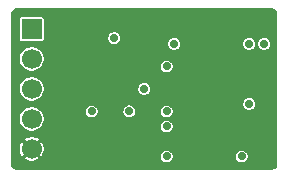
<source format=gbr>
G04 #@! TF.GenerationSoftware,KiCad,Pcbnew,9.0.2+dfsg-1*
G04 #@! TF.CreationDate,2025-06-12T17:09:33+08:00*
G04 #@! TF.ProjectId,i2c_led,6932635f-6c65-4642-9e6b-696361645f70,b*
G04 #@! TF.SameCoordinates,Original*
G04 #@! TF.FileFunction,Copper,L3,Inr*
G04 #@! TF.FilePolarity,Positive*
%FSLAX46Y46*%
G04 Gerber Fmt 4.6, Leading zero omitted, Abs format (unit mm)*
G04 Created by KiCad (PCBNEW 9.0.2+dfsg-1) date 2025-06-12 17:09:33*
%MOMM*%
%LPD*%
G01*
G04 APERTURE LIST*
G04 #@! TA.AperFunction,ComponentPad*
%ADD10R,1.700000X1.700000*%
G04 #@! TD*
G04 #@! TA.AperFunction,ComponentPad*
%ADD11C,1.700000*%
G04 #@! TD*
G04 #@! TA.AperFunction,ViaPad*
%ADD12C,0.700000*%
G04 #@! TD*
G04 APERTURE END LIST*
D10*
G04 #@! TO.N,VCC*
G04 #@! TO.C,J1*
X135890000Y-91440000D03*
D11*
G04 #@! TO.N,/SCL*
X135890000Y-93980000D03*
G04 #@! TO.N,/SDA*
X135890000Y-96520000D03*
G04 #@! TO.N,/RSTN*
X135890000Y-99060000D03*
G04 #@! TO.N,GND*
X135890000Y-101600000D03*
G04 #@! TD*
D12*
G04 #@! TO.N,GND*
X151130000Y-101600000D03*
X149225000Y-96520000D03*
X145415000Y-97790000D03*
X139700000Y-90805000D03*
X151765000Y-90805000D03*
X142875000Y-90805000D03*
X139065000Y-102235000D03*
X153035000Y-95885000D03*
X155575000Y-98425000D03*
X146050000Y-100965000D03*
X146050000Y-90805000D03*
X139065000Y-98425000D03*
X139700000Y-93345000D03*
X146050000Y-92075000D03*
X152400000Y-100330000D03*
X154305000Y-99695000D03*
X145415000Y-94615000D03*
G04 #@! TO.N,VCC*
X145415000Y-96520000D03*
X140970000Y-98425000D03*
X154305000Y-92710000D03*
X147955000Y-92710000D03*
X154305000Y-97790000D03*
X153670000Y-102235000D03*
X142875000Y-92215000D03*
X144145000Y-98425000D03*
X147320000Y-102235000D03*
G04 #@! TO.N,Net-(D3-BK)*
X147320000Y-99695000D03*
X155575000Y-92710000D03*
G04 #@! TO.N,AD0*
X147320000Y-94615000D03*
G04 #@! TO.N,AD1*
X147320000Y-98425000D03*
G04 #@! TD*
G04 #@! TA.AperFunction,Conductor*
G04 #@! TO.N,GND*
G36*
X156214884Y-89688543D02*
G01*
X156324964Y-89703035D01*
X156343920Y-89708114D01*
X156441907Y-89748702D01*
X156458902Y-89758514D01*
X156500973Y-89790796D01*
X156543041Y-89823077D01*
X156556922Y-89836958D01*
X156621483Y-89921094D01*
X156631299Y-89938095D01*
X156671884Y-90036076D01*
X156676965Y-90055038D01*
X156691457Y-90165114D01*
X156692100Y-90174930D01*
X156692100Y-102865069D01*
X156691457Y-102874884D01*
X156691457Y-102874885D01*
X156676965Y-102984961D01*
X156671884Y-103003923D01*
X156631299Y-103101904D01*
X156621483Y-103118905D01*
X156556922Y-103203041D01*
X156543041Y-103216922D01*
X156458905Y-103281483D01*
X156441904Y-103291299D01*
X156343923Y-103331884D01*
X156324961Y-103336965D01*
X156246437Y-103347302D01*
X156214883Y-103351457D01*
X156205069Y-103352100D01*
X134624931Y-103352100D01*
X134615116Y-103351457D01*
X134568046Y-103345260D01*
X134505038Y-103336965D01*
X134486076Y-103331884D01*
X134388095Y-103291299D01*
X134371094Y-103281483D01*
X134286958Y-103216922D01*
X134273077Y-103203041D01*
X134208516Y-103118905D01*
X134198702Y-103101907D01*
X134158114Y-103003920D01*
X134153035Y-102984964D01*
X134138543Y-102874884D01*
X134137900Y-102865069D01*
X134137900Y-101501270D01*
X134887600Y-101501270D01*
X134887600Y-101698729D01*
X134926121Y-101892385D01*
X134926122Y-101892388D01*
X135001684Y-102074812D01*
X135080982Y-102193491D01*
X135445086Y-101829386D01*
X135489901Y-101907007D01*
X135582993Y-102000099D01*
X135660611Y-102044912D01*
X135296507Y-102409016D01*
X135415187Y-102488315D01*
X135597611Y-102563877D01*
X135597614Y-102563878D01*
X135791270Y-102602400D01*
X135988730Y-102602400D01*
X136182385Y-102563878D01*
X136182388Y-102563877D01*
X136364816Y-102488313D01*
X136483490Y-102409017D01*
X136483491Y-102409016D01*
X136119387Y-102044912D01*
X136197007Y-102000099D01*
X136290099Y-101907007D01*
X136334912Y-101829387D01*
X136699016Y-102193491D01*
X136699017Y-102193490D01*
X136715520Y-102168792D01*
X146817100Y-102168792D01*
X146817100Y-102301208D01*
X146837662Y-102377950D01*
X146851371Y-102429114D01*
X146917578Y-102543786D01*
X146917582Y-102543792D01*
X147011207Y-102637417D01*
X147011210Y-102637419D01*
X147011212Y-102637421D01*
X147061775Y-102666613D01*
X147125885Y-102703628D01*
X147125887Y-102703628D01*
X147125888Y-102703629D01*
X147253792Y-102737900D01*
X147253794Y-102737900D01*
X147386206Y-102737900D01*
X147386208Y-102737900D01*
X147514112Y-102703629D01*
X147628788Y-102637421D01*
X147722421Y-102543788D01*
X147788629Y-102429112D01*
X147822900Y-102301208D01*
X147822900Y-102168792D01*
X153167100Y-102168792D01*
X153167100Y-102301208D01*
X153187662Y-102377950D01*
X153201371Y-102429114D01*
X153267578Y-102543786D01*
X153267582Y-102543792D01*
X153361207Y-102637417D01*
X153361210Y-102637419D01*
X153361212Y-102637421D01*
X153411775Y-102666613D01*
X153475885Y-102703628D01*
X153475887Y-102703628D01*
X153475888Y-102703629D01*
X153603792Y-102737900D01*
X153603794Y-102737900D01*
X153736206Y-102737900D01*
X153736208Y-102737900D01*
X153864112Y-102703629D01*
X153978788Y-102637421D01*
X154072421Y-102543788D01*
X154138629Y-102429112D01*
X154172900Y-102301208D01*
X154172900Y-102168792D01*
X154138629Y-102040888D01*
X154138628Y-102040887D01*
X154138628Y-102040885D01*
X154101613Y-101976775D01*
X154072421Y-101926212D01*
X154072419Y-101926210D01*
X154072417Y-101926207D01*
X153978792Y-101832582D01*
X153978786Y-101832578D01*
X153864114Y-101766371D01*
X153800160Y-101749235D01*
X153736208Y-101732100D01*
X153603792Y-101732100D01*
X153552630Y-101745808D01*
X153475885Y-101766371D01*
X153361213Y-101832578D01*
X153361207Y-101832582D01*
X153267582Y-101926207D01*
X153267578Y-101926213D01*
X153201371Y-102040885D01*
X153192281Y-102074812D01*
X153167100Y-102168792D01*
X147822900Y-102168792D01*
X147788629Y-102040888D01*
X147788628Y-102040887D01*
X147788628Y-102040885D01*
X147751613Y-101976775D01*
X147722421Y-101926212D01*
X147722419Y-101926210D01*
X147722417Y-101926207D01*
X147628792Y-101832582D01*
X147628786Y-101832578D01*
X147514114Y-101766371D01*
X147450160Y-101749235D01*
X147386208Y-101732100D01*
X147253792Y-101732100D01*
X147202630Y-101745808D01*
X147125885Y-101766371D01*
X147011213Y-101832578D01*
X147011207Y-101832582D01*
X146917582Y-101926207D01*
X146917578Y-101926213D01*
X146851371Y-102040885D01*
X146842281Y-102074812D01*
X146817100Y-102168792D01*
X136715520Y-102168792D01*
X136746730Y-102122084D01*
X136778313Y-102074816D01*
X136853877Y-101892388D01*
X136853878Y-101892385D01*
X136892400Y-101698729D01*
X136892400Y-101501270D01*
X136853878Y-101307614D01*
X136853877Y-101307611D01*
X136778315Y-101125187D01*
X136699016Y-101006507D01*
X136334912Y-101370611D01*
X136290099Y-101292993D01*
X136197007Y-101199901D01*
X136119387Y-101155087D01*
X136483491Y-100790982D01*
X136364812Y-100711684D01*
X136182388Y-100636122D01*
X136182385Y-100636121D01*
X135988730Y-100597600D01*
X135791270Y-100597600D01*
X135597614Y-100636121D01*
X135597611Y-100636122D01*
X135415184Y-100711685D01*
X135296507Y-100790981D01*
X135296507Y-100790982D01*
X135660612Y-101155087D01*
X135582993Y-101199901D01*
X135489901Y-101292993D01*
X135445087Y-101370612D01*
X135080982Y-101006507D01*
X135080981Y-101006507D01*
X135001685Y-101125184D01*
X134926122Y-101307611D01*
X134926121Y-101307614D01*
X134887600Y-101501270D01*
X134137900Y-101501270D01*
X134137900Y-98961222D01*
X134887100Y-98961222D01*
X134887100Y-99158777D01*
X134925641Y-99352537D01*
X134925642Y-99352538D01*
X135001241Y-99535051D01*
X135110996Y-99699312D01*
X135110997Y-99699313D01*
X135111000Y-99699317D01*
X135250682Y-99838999D01*
X135250685Y-99839001D01*
X135250688Y-99839004D01*
X135414949Y-99948759D01*
X135597461Y-100024357D01*
X135597462Y-100024358D01*
X135597463Y-100024358D01*
X135597465Y-100024359D01*
X135727218Y-100050168D01*
X135791222Y-100062900D01*
X135791223Y-100062900D01*
X135988778Y-100062900D01*
X136036889Y-100053329D01*
X136182535Y-100024359D01*
X136365051Y-99948759D01*
X136529312Y-99839004D01*
X136669004Y-99699312D01*
X136716124Y-99628792D01*
X146817100Y-99628792D01*
X146817100Y-99761208D01*
X146837662Y-99837950D01*
X146851371Y-99889114D01*
X146917578Y-100003786D01*
X146917582Y-100003792D01*
X147011207Y-100097417D01*
X147011210Y-100097419D01*
X147011212Y-100097421D01*
X147061775Y-100126613D01*
X147125885Y-100163628D01*
X147125887Y-100163628D01*
X147125888Y-100163629D01*
X147253792Y-100197900D01*
X147253794Y-100197900D01*
X147386206Y-100197900D01*
X147386208Y-100197900D01*
X147514112Y-100163629D01*
X147628788Y-100097421D01*
X147722421Y-100003788D01*
X147788629Y-99889112D01*
X147822900Y-99761208D01*
X147822900Y-99628792D01*
X147788629Y-99500888D01*
X147788628Y-99500887D01*
X147788628Y-99500885D01*
X147751613Y-99436775D01*
X147722421Y-99386212D01*
X147722419Y-99386210D01*
X147722417Y-99386207D01*
X147628792Y-99292582D01*
X147628786Y-99292578D01*
X147514114Y-99226371D01*
X147450160Y-99209235D01*
X147386208Y-99192100D01*
X147253792Y-99192100D01*
X147202630Y-99205808D01*
X147125885Y-99226371D01*
X147011213Y-99292578D01*
X147011207Y-99292582D01*
X146917582Y-99386207D01*
X146917578Y-99386213D01*
X146851371Y-99500885D01*
X146842217Y-99535051D01*
X146817100Y-99628792D01*
X136716124Y-99628792D01*
X136778759Y-99535051D01*
X136854359Y-99352535D01*
X136892900Y-99158777D01*
X136892900Y-98961223D01*
X136854359Y-98767465D01*
X136778759Y-98584949D01*
X136669004Y-98420688D01*
X136669001Y-98420685D01*
X136668999Y-98420682D01*
X136607109Y-98358792D01*
X140467100Y-98358792D01*
X140467100Y-98491208D01*
X140487662Y-98567950D01*
X140501371Y-98619114D01*
X140567578Y-98733786D01*
X140567582Y-98733792D01*
X140661207Y-98827417D01*
X140661210Y-98827419D01*
X140661212Y-98827421D01*
X140711775Y-98856613D01*
X140775885Y-98893628D01*
X140775887Y-98893628D01*
X140775888Y-98893629D01*
X140903792Y-98927900D01*
X140903794Y-98927900D01*
X141036206Y-98927900D01*
X141036208Y-98927900D01*
X141164112Y-98893629D01*
X141278788Y-98827421D01*
X141372421Y-98733788D01*
X141438629Y-98619112D01*
X141472900Y-98491208D01*
X141472900Y-98358792D01*
X143642100Y-98358792D01*
X143642100Y-98491208D01*
X143662662Y-98567950D01*
X143676371Y-98619114D01*
X143742578Y-98733786D01*
X143742582Y-98733792D01*
X143836207Y-98827417D01*
X143836210Y-98827419D01*
X143836212Y-98827421D01*
X143886775Y-98856613D01*
X143950885Y-98893628D01*
X143950887Y-98893628D01*
X143950888Y-98893629D01*
X144078792Y-98927900D01*
X144078794Y-98927900D01*
X144211206Y-98927900D01*
X144211208Y-98927900D01*
X144339112Y-98893629D01*
X144453788Y-98827421D01*
X144547421Y-98733788D01*
X144613629Y-98619112D01*
X144647900Y-98491208D01*
X144647900Y-98358792D01*
X146817100Y-98358792D01*
X146817100Y-98491208D01*
X146837662Y-98567950D01*
X146851371Y-98619114D01*
X146917578Y-98733786D01*
X146917582Y-98733792D01*
X147011207Y-98827417D01*
X147011210Y-98827419D01*
X147011212Y-98827421D01*
X147061775Y-98856613D01*
X147125885Y-98893628D01*
X147125887Y-98893628D01*
X147125888Y-98893629D01*
X147253792Y-98927900D01*
X147253794Y-98927900D01*
X147386206Y-98927900D01*
X147386208Y-98927900D01*
X147514112Y-98893629D01*
X147628788Y-98827421D01*
X147722421Y-98733788D01*
X147788629Y-98619112D01*
X147822900Y-98491208D01*
X147822900Y-98358792D01*
X147788629Y-98230888D01*
X147788628Y-98230887D01*
X147788628Y-98230885D01*
X147751613Y-98166775D01*
X147722421Y-98116212D01*
X147722419Y-98116210D01*
X147722417Y-98116207D01*
X147628792Y-98022582D01*
X147628786Y-98022578D01*
X147514114Y-97956371D01*
X147450160Y-97939235D01*
X147386208Y-97922100D01*
X147253792Y-97922100D01*
X147202630Y-97935808D01*
X147125885Y-97956371D01*
X147011213Y-98022578D01*
X147011207Y-98022582D01*
X146917582Y-98116207D01*
X146917578Y-98116213D01*
X146851371Y-98230885D01*
X146837945Y-98280996D01*
X146817100Y-98358792D01*
X144647900Y-98358792D01*
X144613629Y-98230888D01*
X144613628Y-98230887D01*
X144613628Y-98230885D01*
X144576613Y-98166775D01*
X144547421Y-98116212D01*
X144547419Y-98116210D01*
X144547417Y-98116207D01*
X144453792Y-98022582D01*
X144453786Y-98022578D01*
X144339114Y-97956371D01*
X144275160Y-97939235D01*
X144211208Y-97922100D01*
X144078792Y-97922100D01*
X144027630Y-97935808D01*
X143950885Y-97956371D01*
X143836213Y-98022578D01*
X143836207Y-98022582D01*
X143742582Y-98116207D01*
X143742578Y-98116213D01*
X143676371Y-98230885D01*
X143662945Y-98280996D01*
X143642100Y-98358792D01*
X141472900Y-98358792D01*
X141438629Y-98230888D01*
X141438628Y-98230887D01*
X141438628Y-98230885D01*
X141401613Y-98166775D01*
X141372421Y-98116212D01*
X141372419Y-98116210D01*
X141372417Y-98116207D01*
X141278792Y-98022582D01*
X141278786Y-98022578D01*
X141164114Y-97956371D01*
X141100160Y-97939235D01*
X141036208Y-97922100D01*
X140903792Y-97922100D01*
X140852630Y-97935808D01*
X140775885Y-97956371D01*
X140661213Y-98022578D01*
X140661207Y-98022582D01*
X140567582Y-98116207D01*
X140567578Y-98116213D01*
X140501371Y-98230885D01*
X140487945Y-98280996D01*
X140467100Y-98358792D01*
X136607109Y-98358792D01*
X136529317Y-98281000D01*
X136529313Y-98280997D01*
X136529312Y-98280996D01*
X136365051Y-98171241D01*
X136232201Y-98116213D01*
X136182538Y-98095642D01*
X136182537Y-98095641D01*
X135988778Y-98057100D01*
X135988777Y-98057100D01*
X135791223Y-98057100D01*
X135791222Y-98057100D01*
X135597462Y-98095641D01*
X135597461Y-98095642D01*
X135414950Y-98171240D01*
X135250682Y-98281000D01*
X135111000Y-98420682D01*
X135001240Y-98584950D01*
X134925642Y-98767461D01*
X134925641Y-98767462D01*
X134887100Y-98961222D01*
X134137900Y-98961222D01*
X134137900Y-97723792D01*
X153802100Y-97723792D01*
X153802100Y-97856208D01*
X153819755Y-97922100D01*
X153836371Y-97984114D01*
X153902578Y-98098786D01*
X153902582Y-98098792D01*
X153996207Y-98192417D01*
X153996210Y-98192419D01*
X153996212Y-98192421D01*
X154046775Y-98221613D01*
X154110885Y-98258628D01*
X154110887Y-98258628D01*
X154110888Y-98258629D01*
X154238792Y-98292900D01*
X154238794Y-98292900D01*
X154371206Y-98292900D01*
X154371208Y-98292900D01*
X154499112Y-98258629D01*
X154613788Y-98192421D01*
X154707421Y-98098788D01*
X154773629Y-97984112D01*
X154807900Y-97856208D01*
X154807900Y-97723792D01*
X154773629Y-97595888D01*
X154773628Y-97595887D01*
X154773628Y-97595885D01*
X154731489Y-97522900D01*
X154707421Y-97481212D01*
X154707419Y-97481210D01*
X154707417Y-97481207D01*
X154613792Y-97387582D01*
X154613786Y-97387578D01*
X154499114Y-97321371D01*
X154415635Y-97299004D01*
X154371208Y-97287100D01*
X154238792Y-97287100D01*
X154194365Y-97299004D01*
X154110885Y-97321371D01*
X153996213Y-97387578D01*
X153996207Y-97387582D01*
X153902582Y-97481207D01*
X153902578Y-97481213D01*
X153836371Y-97595885D01*
X153815808Y-97672630D01*
X153802100Y-97723792D01*
X134137900Y-97723792D01*
X134137900Y-96421222D01*
X134887100Y-96421222D01*
X134887100Y-96618777D01*
X134925641Y-96812537D01*
X134925642Y-96812538D01*
X134998581Y-96988629D01*
X135001241Y-96995051D01*
X135110996Y-97159312D01*
X135110997Y-97159313D01*
X135111000Y-97159317D01*
X135250682Y-97298999D01*
X135250685Y-97299001D01*
X135250688Y-97299004D01*
X135414949Y-97408759D01*
X135597461Y-97484357D01*
X135597462Y-97484358D01*
X135597463Y-97484358D01*
X135597465Y-97484359D01*
X135727218Y-97510168D01*
X135791222Y-97522900D01*
X135791223Y-97522900D01*
X135988778Y-97522900D01*
X136036889Y-97513329D01*
X136182535Y-97484359D01*
X136365051Y-97408759D01*
X136529312Y-97299004D01*
X136669004Y-97159312D01*
X136778759Y-96995051D01*
X136854359Y-96812535D01*
X136892900Y-96618777D01*
X136892900Y-96453792D01*
X144912100Y-96453792D01*
X144912100Y-96586208D01*
X144920827Y-96618777D01*
X144946371Y-96714114D01*
X145012578Y-96828786D01*
X145012582Y-96828792D01*
X145106207Y-96922417D01*
X145106210Y-96922419D01*
X145106212Y-96922421D01*
X145156775Y-96951613D01*
X145220885Y-96988628D01*
X145220887Y-96988628D01*
X145220888Y-96988629D01*
X145348792Y-97022900D01*
X145348794Y-97022900D01*
X145481206Y-97022900D01*
X145481208Y-97022900D01*
X145609112Y-96988629D01*
X145723788Y-96922421D01*
X145817421Y-96828788D01*
X145883629Y-96714112D01*
X145917900Y-96586208D01*
X145917900Y-96453792D01*
X145883629Y-96325888D01*
X145883628Y-96325887D01*
X145883628Y-96325885D01*
X145846613Y-96261775D01*
X145817421Y-96211212D01*
X145817419Y-96211210D01*
X145817417Y-96211207D01*
X145723792Y-96117582D01*
X145723786Y-96117578D01*
X145609114Y-96051371D01*
X145545160Y-96034235D01*
X145481208Y-96017100D01*
X145348792Y-96017100D01*
X145297630Y-96030808D01*
X145220885Y-96051371D01*
X145106213Y-96117578D01*
X145106207Y-96117582D01*
X145012582Y-96211207D01*
X145012578Y-96211213D01*
X144946371Y-96325885D01*
X144925808Y-96402630D01*
X144912100Y-96453792D01*
X136892900Y-96453792D01*
X136892900Y-96421223D01*
X136854359Y-96227465D01*
X136778759Y-96044949D01*
X136669004Y-95880688D01*
X136669001Y-95880685D01*
X136668999Y-95880682D01*
X136529317Y-95741000D01*
X136529313Y-95740997D01*
X136529312Y-95740996D01*
X136365051Y-95631241D01*
X136365049Y-95631240D01*
X136182538Y-95555642D01*
X136182537Y-95555641D01*
X135988778Y-95517100D01*
X135988777Y-95517100D01*
X135791223Y-95517100D01*
X135791222Y-95517100D01*
X135597462Y-95555641D01*
X135597461Y-95555642D01*
X135414950Y-95631240D01*
X135250682Y-95741000D01*
X135111000Y-95880682D01*
X135001240Y-96044950D01*
X134925642Y-96227461D01*
X134925641Y-96227462D01*
X134887100Y-96421222D01*
X134137900Y-96421222D01*
X134137900Y-93881222D01*
X134887100Y-93881222D01*
X134887100Y-94078777D01*
X134925641Y-94272537D01*
X134925642Y-94272538D01*
X135001241Y-94455051D01*
X135110996Y-94619312D01*
X135110997Y-94619313D01*
X135111000Y-94619317D01*
X135250682Y-94758999D01*
X135250685Y-94759001D01*
X135250688Y-94759004D01*
X135414949Y-94868759D01*
X135597461Y-94944357D01*
X135597462Y-94944358D01*
X135597463Y-94944358D01*
X135597465Y-94944359D01*
X135727218Y-94970168D01*
X135791222Y-94982900D01*
X135791223Y-94982900D01*
X135988778Y-94982900D01*
X136036889Y-94973329D01*
X136182535Y-94944359D01*
X136365051Y-94868759D01*
X136529312Y-94759004D01*
X136669004Y-94619312D01*
X136716124Y-94548792D01*
X146817100Y-94548792D01*
X146817100Y-94681208D01*
X146837662Y-94757950D01*
X146851371Y-94809114D01*
X146917578Y-94923786D01*
X146917582Y-94923792D01*
X147011207Y-95017417D01*
X147011210Y-95017419D01*
X147011212Y-95017421D01*
X147061775Y-95046613D01*
X147125885Y-95083628D01*
X147125887Y-95083628D01*
X147125888Y-95083629D01*
X147253792Y-95117900D01*
X147253794Y-95117900D01*
X147386206Y-95117900D01*
X147386208Y-95117900D01*
X147514112Y-95083629D01*
X147628788Y-95017421D01*
X147722421Y-94923788D01*
X147788629Y-94809112D01*
X147822900Y-94681208D01*
X147822900Y-94548792D01*
X147788629Y-94420888D01*
X147788628Y-94420887D01*
X147788628Y-94420885D01*
X147751613Y-94356775D01*
X147722421Y-94306212D01*
X147722419Y-94306210D01*
X147722417Y-94306207D01*
X147628792Y-94212582D01*
X147628786Y-94212578D01*
X147514114Y-94146371D01*
X147450160Y-94129235D01*
X147386208Y-94112100D01*
X147253792Y-94112100D01*
X147202630Y-94125808D01*
X147125885Y-94146371D01*
X147011213Y-94212578D01*
X147011207Y-94212582D01*
X146917582Y-94306207D01*
X146917578Y-94306213D01*
X146851371Y-94420885D01*
X146842217Y-94455051D01*
X146817100Y-94548792D01*
X136716124Y-94548792D01*
X136778759Y-94455051D01*
X136854359Y-94272535D01*
X136892900Y-94078777D01*
X136892900Y-93881223D01*
X136854359Y-93687465D01*
X136778759Y-93504949D01*
X136669004Y-93340688D01*
X136669001Y-93340685D01*
X136668999Y-93340682D01*
X136529317Y-93201000D01*
X136529313Y-93200997D01*
X136529312Y-93200996D01*
X136365051Y-93091241D01*
X136365049Y-93091240D01*
X136182538Y-93015642D01*
X136182537Y-93015641D01*
X135988778Y-92977100D01*
X135988777Y-92977100D01*
X135791223Y-92977100D01*
X135791222Y-92977100D01*
X135597462Y-93015641D01*
X135597461Y-93015642D01*
X135414950Y-93091240D01*
X135250682Y-93201000D01*
X135111000Y-93340682D01*
X135001240Y-93504950D01*
X134925642Y-93687461D01*
X134925641Y-93687462D01*
X134887100Y-93881222D01*
X134137900Y-93881222D01*
X134137900Y-90574942D01*
X134887100Y-90574942D01*
X134887100Y-92305055D01*
X134887101Y-92305057D01*
X134895972Y-92349659D01*
X134929764Y-92400232D01*
X134929765Y-92400232D01*
X134929766Y-92400234D01*
X134980342Y-92434028D01*
X135024943Y-92442900D01*
X136755056Y-92442899D01*
X136799658Y-92434028D01*
X136850234Y-92400234D01*
X136884028Y-92349658D01*
X136892900Y-92305057D01*
X136892900Y-92148792D01*
X142372100Y-92148792D01*
X142372100Y-92281208D01*
X142390441Y-92349658D01*
X142406371Y-92409114D01*
X142472578Y-92523786D01*
X142472582Y-92523792D01*
X142566207Y-92617417D01*
X142566210Y-92617419D01*
X142566212Y-92617421D01*
X142611888Y-92643792D01*
X142680885Y-92683628D01*
X142680887Y-92683628D01*
X142680888Y-92683629D01*
X142808792Y-92717900D01*
X142808794Y-92717900D01*
X142941206Y-92717900D01*
X142941208Y-92717900D01*
X143069112Y-92683629D01*
X143138112Y-92643792D01*
X147452100Y-92643792D01*
X147452100Y-92776208D01*
X147472662Y-92852950D01*
X147486371Y-92904114D01*
X147552578Y-93018786D01*
X147552582Y-93018792D01*
X147646207Y-93112417D01*
X147646210Y-93112419D01*
X147646212Y-93112421D01*
X147696775Y-93141613D01*
X147760885Y-93178628D01*
X147760887Y-93178628D01*
X147760888Y-93178629D01*
X147888792Y-93212900D01*
X147888794Y-93212900D01*
X148021206Y-93212900D01*
X148021208Y-93212900D01*
X148149112Y-93178629D01*
X148263788Y-93112421D01*
X148357421Y-93018788D01*
X148423629Y-92904112D01*
X148457900Y-92776208D01*
X148457900Y-92643792D01*
X153802100Y-92643792D01*
X153802100Y-92776208D01*
X153822662Y-92852950D01*
X153836371Y-92904114D01*
X153902578Y-93018786D01*
X153902582Y-93018792D01*
X153996207Y-93112417D01*
X153996210Y-93112419D01*
X153996212Y-93112421D01*
X154046775Y-93141613D01*
X154110885Y-93178628D01*
X154110887Y-93178628D01*
X154110888Y-93178629D01*
X154238792Y-93212900D01*
X154238794Y-93212900D01*
X154371206Y-93212900D01*
X154371208Y-93212900D01*
X154499112Y-93178629D01*
X154613788Y-93112421D01*
X154707421Y-93018788D01*
X154773629Y-92904112D01*
X154807900Y-92776208D01*
X154807900Y-92643792D01*
X155072100Y-92643792D01*
X155072100Y-92776208D01*
X155092662Y-92852950D01*
X155106371Y-92904114D01*
X155172578Y-93018786D01*
X155172582Y-93018792D01*
X155266207Y-93112417D01*
X155266210Y-93112419D01*
X155266212Y-93112421D01*
X155316775Y-93141613D01*
X155380885Y-93178628D01*
X155380887Y-93178628D01*
X155380888Y-93178629D01*
X155508792Y-93212900D01*
X155508794Y-93212900D01*
X155641206Y-93212900D01*
X155641208Y-93212900D01*
X155769112Y-93178629D01*
X155883788Y-93112421D01*
X155977421Y-93018788D01*
X156043629Y-92904112D01*
X156077900Y-92776208D01*
X156077900Y-92643792D01*
X156043629Y-92515888D01*
X156043628Y-92515887D01*
X156043628Y-92515885D01*
X155996367Y-92434028D01*
X155977421Y-92401212D01*
X155977419Y-92401210D01*
X155977417Y-92401207D01*
X155883792Y-92307582D01*
X155883786Y-92307578D01*
X155769114Y-92241371D01*
X155705160Y-92224235D01*
X155641208Y-92207100D01*
X155508792Y-92207100D01*
X155457630Y-92220808D01*
X155380885Y-92241371D01*
X155266213Y-92307578D01*
X155266207Y-92307582D01*
X155172582Y-92401207D01*
X155172578Y-92401213D01*
X155106371Y-92515885D01*
X155087668Y-92585689D01*
X155072100Y-92643792D01*
X154807900Y-92643792D01*
X154773629Y-92515888D01*
X154773628Y-92515887D01*
X154773628Y-92515885D01*
X154726367Y-92434028D01*
X154707421Y-92401212D01*
X154707419Y-92401210D01*
X154707417Y-92401207D01*
X154613792Y-92307582D01*
X154613786Y-92307578D01*
X154499114Y-92241371D01*
X154435160Y-92224235D01*
X154371208Y-92207100D01*
X154238792Y-92207100D01*
X154187630Y-92220808D01*
X154110885Y-92241371D01*
X153996213Y-92307578D01*
X153996207Y-92307582D01*
X153902582Y-92401207D01*
X153902578Y-92401213D01*
X153836371Y-92515885D01*
X153817668Y-92585689D01*
X153802100Y-92643792D01*
X148457900Y-92643792D01*
X148423629Y-92515888D01*
X148423628Y-92515887D01*
X148423628Y-92515885D01*
X148376367Y-92434028D01*
X148357421Y-92401212D01*
X148357419Y-92401210D01*
X148357417Y-92401207D01*
X148263792Y-92307582D01*
X148263786Y-92307578D01*
X148149114Y-92241371D01*
X148085160Y-92224235D01*
X148021208Y-92207100D01*
X147888792Y-92207100D01*
X147837630Y-92220808D01*
X147760885Y-92241371D01*
X147646213Y-92307578D01*
X147646207Y-92307582D01*
X147552582Y-92401207D01*
X147552578Y-92401213D01*
X147486371Y-92515885D01*
X147467668Y-92585689D01*
X147452100Y-92643792D01*
X143138112Y-92643792D01*
X143183788Y-92617421D01*
X143183792Y-92617417D01*
X143215521Y-92585689D01*
X143277417Y-92523792D01*
X143277421Y-92523788D01*
X143343629Y-92409112D01*
X143377900Y-92281208D01*
X143377900Y-92148792D01*
X143343629Y-92020888D01*
X143343628Y-92020887D01*
X143343628Y-92020885D01*
X143306613Y-91956775D01*
X143277421Y-91906212D01*
X143277419Y-91906210D01*
X143277417Y-91906207D01*
X143183792Y-91812582D01*
X143183786Y-91812578D01*
X143069114Y-91746371D01*
X143005160Y-91729235D01*
X142941208Y-91712100D01*
X142808792Y-91712100D01*
X142757630Y-91725808D01*
X142680885Y-91746371D01*
X142566213Y-91812578D01*
X142566207Y-91812582D01*
X142472582Y-91906207D01*
X142472578Y-91906213D01*
X142406371Y-92020885D01*
X142385808Y-92097630D01*
X142372100Y-92148792D01*
X136892900Y-92148792D01*
X136892899Y-90574944D01*
X136884028Y-90530342D01*
X136850234Y-90479766D01*
X136799658Y-90445972D01*
X136799656Y-90445971D01*
X136755057Y-90437100D01*
X135024944Y-90437100D01*
X135024942Y-90437101D01*
X134980340Y-90445972D01*
X134929767Y-90479764D01*
X134895972Y-90530342D01*
X134895971Y-90530343D01*
X134887100Y-90574942D01*
X134137900Y-90574942D01*
X134137900Y-90174930D01*
X134138543Y-90165115D01*
X134148116Y-90092399D01*
X134153035Y-90055033D01*
X134158113Y-90036081D01*
X134198703Y-89938088D01*
X134208512Y-89921100D01*
X134273078Y-89836956D01*
X134286958Y-89823077D01*
X134371100Y-89758512D01*
X134388088Y-89748703D01*
X134486081Y-89708113D01*
X134505033Y-89703035D01*
X134615116Y-89688543D01*
X134624931Y-89687900D01*
X134654898Y-89687900D01*
X156175102Y-89687900D01*
X156205069Y-89687900D01*
X156214884Y-89688543D01*
G37*
G04 #@! TD.AperFunction*
G04 #@! TD*
M02*

</source>
